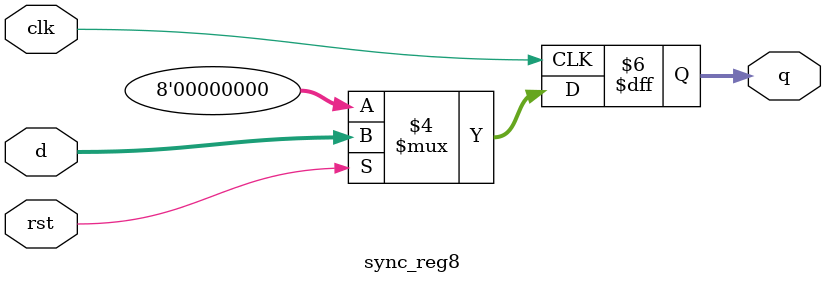
<source format=v>
`timescale 1ns / 1ps


module sync_reg8(d, clk, rst, q);
    input[7:0] d;
    input clk, rst;
    output reg[7:0] q;

    always @(posedge clk) begin
        if(rst == 1'b0)
            q <= 8'b00000000;
        else
            q <= d;
    end
endmodule

</source>
